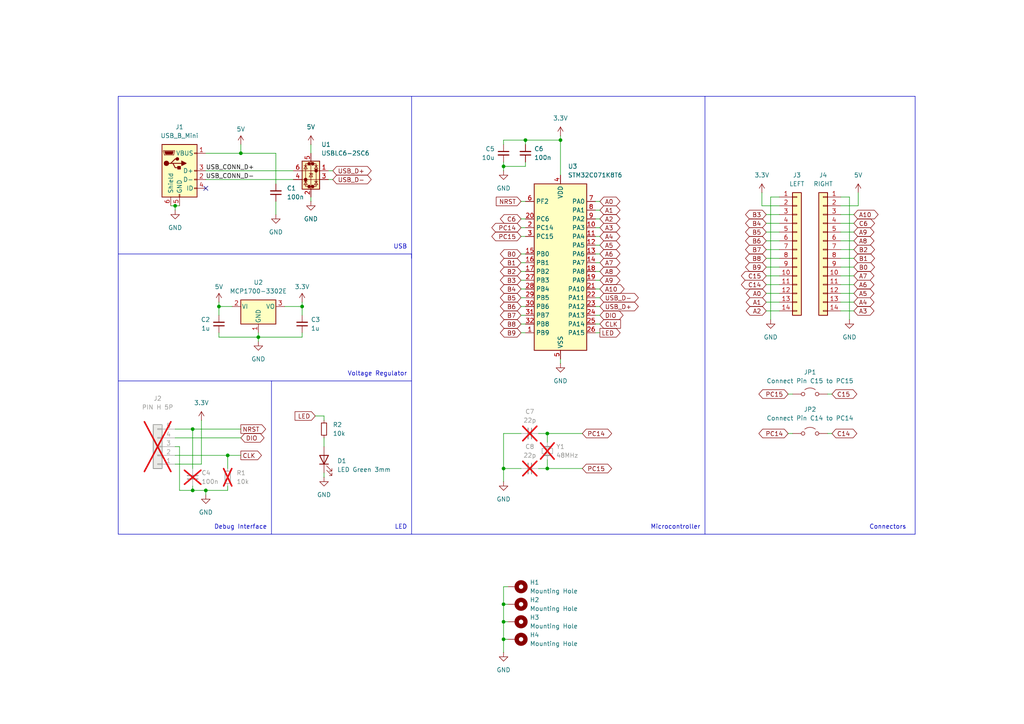
<source format=kicad_sch>
(kicad_sch (version 20250114) (generator "eeschema") (generator_version "9.0")
  (paper "A4")
  (title_block (title "stm32c0-usbd-devboard") (date "2025-11-10") (rev "20251110") (comment 3 "Released under CERN Open Hardware Licence Version 2 - Strongly Reciprocal") (comment 4 "Designed by: Rafael G. Martins"))
  (lib_symbols
    (symbol "Connector:USB_B_Mini" (pin_names (offset 1.016))
      (property "Reference" "J" (at -5.08 11.43 0))
      (property "Value" "USB_B_Mini" (at -5.08 8.89 0))
      (symbol "USB_B_Mini_0_1"
        (rectangle (start -5.08 -7.62) (end 5.08 7.62) (stroke (width 0.254)) (fill (type background)))
        (polyline (pts (xy -4.699 5.842) (xy -4.699 5.588) (xy -4.445 4.826) (xy -4.445 4.572) (xy -1.651 4.572) (xy -1.651 4.826) (xy -1.397 5.588) (xy -1.397 5.842) (xy -4.699 5.842)))
        (polyline (pts (xy -4.318 5.588) (xy -1.778 5.588) (xy -2.032 4.826) (xy -4.064 4.826) (xy -4.318 5.588)) (fill (type outline)))
        (circle (center -3.81 2.159) (radius 0.635) (stroke (width 0.254)) (fill (type outline)))
        (polyline (pts (xy -3.175 2.159) (xy -2.54 2.159) (xy -1.27 3.429) (xy -0.635 3.429)) (stroke (width 0.254)))
        (polyline (pts (xy -2.54 2.159) (xy -1.905 2.159) (xy -1.27 0.889) (xy 0 0.889)) (stroke (width 0.254)))
        (polyline (pts (xy -1.905 2.159) (xy 0.635 2.159)) (stroke (width 0.254)))
        (circle (center -0.635 3.429) (radius 0.381) (stroke (width 0.254)) (fill (type outline)))
        (rectangle (start -0.127 -7.62) (end 0.127 -6.858))
        (rectangle (start 0.254 1.27) (end -0.508 0.508) (stroke (width 0.254)) (fill (type outline)))
        (polyline (pts (xy 0.635 2.794) (xy 0.635 1.524) (xy 1.905 2.159) (xy 0.635 2.794)) (stroke (width 0.254)) (fill (type outline)))
        (rectangle (start 5.08 4.953) (end 4.318 5.207))
        (rectangle (start 5.08 -0.127) (end 4.318 0.127))
        (rectangle (start 5.08 -2.667) (end 4.318 -2.413))
        (rectangle (start 5.08 -5.207) (end 4.318 -4.953))
      )
      (symbol "USB_B_Mini_1_1"
        (pin passive line (at -2.54 -10.16 90) (length 2.54) (name "Shield") (number "6"))
        (pin power_out line (at 0 -10.16 90) (length 2.54) (name "GND") (number "5"))
        (pin power_out line (at 7.62 5.08 180) (length 2.54) (name "VBUS") (number "1"))
        (pin bidirectional line (at 7.62 0 180) (length 2.54) (name "D+") (number "3"))
        (pin bidirectional line (at 7.62 -2.54 180) (length 2.54) (name "D-") (number "2"))
        (pin passive line (at 7.62 -5.08 180) (length 2.54) (name "ID") (number "4"))
      )
    )
    (symbol "Connector_Generic:Conn_01x05" (pin_names (offset 1.016) (hide yes))
      (property "Reference" "J" (at 0 7.62 0))
      (property "Value" "Conn_01x05" (at 0 -7.62 0))
      (symbol "Conn_01x05_1_1"
        (rectangle (start -1.27 6.35) (end 1.27 -6.35) (stroke (width 0.254)) (fill (type background)))
        (rectangle (start -1.27 5.207) (end 0 4.953) (stroke (width 0.1524)))
        (rectangle (start -1.27 2.667) (end 0 2.413) (stroke (width 0.1524)))
        (rectangle (start -1.27 0.127) (end 0 -0.127) (stroke (width 0.1524)))
        (rectangle (start -1.27 -2.413) (end 0 -2.667) (stroke (width 0.1524)))
        (rectangle (start -1.27 -4.953) (end 0 -5.207) (stroke (width 0.1524)))
        (pin passive line (at -5.08 5.08 0) (length 3.81) (name "Pin_1") (number "1"))
        (pin passive line (at -5.08 2.54 0) (length 3.81) (name "Pin_2") (number "2"))
        (pin passive line (at -5.08 0 0) (length 3.81) (name "Pin_3") (number "3"))
        (pin passive line (at -5.08 -2.54 0) (length 3.81) (name "Pin_4") (number "4"))
        (pin passive line (at -5.08 -5.08 0) (length 3.81) (name "Pin_5") (number "5"))
      )
    )
    (symbol "Connector_Generic:Conn_01x14" (pin_names (offset 1.016) (hide yes))
      (property "Reference" "J" (at 0 17.78 0))
      (property "Value" "Conn_01x14" (at 0 -20.32 0))
      (symbol "Conn_01x14_1_1"
        (rectangle (start -1.27 16.51) (end 1.27 -19.05) (stroke (width 0.254)) (fill (type background)))
        (rectangle (start -1.27 15.367) (end 0 15.113) (stroke (width 0.1524)))
        (rectangle (start -1.27 12.827) (end 0 12.573) (stroke (width 0.1524)))
        (rectangle (start -1.27 10.287) (end 0 10.033) (stroke (width 0.1524)))
        (rectangle (start -1.27 7.747) (end 0 7.493) (stroke (width 0.1524)))
        (rectangle (start -1.27 5.207) (end 0 4.953) (stroke (width 0.1524)))
        (rectangle (start -1.27 2.667) (end 0 2.413) (stroke (width 0.1524)))
        (rectangle (start -1.27 0.127) (end 0 -0.127) (stroke (width 0.1524)))
        (rectangle (start -1.27 -2.413) (end 0 -2.667) (stroke (width 0.1524)))
        (rectangle (start -1.27 -4.953) (end 0 -5.207) (stroke (width 0.1524)))
        (rectangle (start -1.27 -7.493) (end 0 -7.747) (stroke (width 0.1524)))
        (rectangle (start -1.27 -10.033) (end 0 -10.287) (stroke (width 0.1524)))
        (rectangle (start -1.27 -12.573) (end 0 -12.827) (stroke (width 0.1524)))
        (rectangle (start -1.27 -15.113) (end 0 -15.367) (stroke (width 0.1524)))
        (rectangle (start -1.27 -17.653) (end 0 -17.907) (stroke (width 0.1524)))
        (pin passive line (at -5.08 15.24 0) (length 3.81) (name "Pin_1") (number "1"))
        (pin passive line (at -5.08 12.7 0) (length 3.81) (name "Pin_2") (number "2"))
        (pin passive line (at -5.08 10.16 0) (length 3.81) (name "Pin_3") (number "3"))
        (pin passive line (at -5.08 7.62 0) (length 3.81) (name "Pin_4") (number "4"))
        (pin passive line (at -5.08 5.08 0) (length 3.81) (name "Pin_5") (number "5"))
        (pin passive line (at -5.08 2.54 0) (length 3.81) (name "Pin_6") (number "6"))
        (pin passive line (at -5.08 0 0) (length 3.81) (name "Pin_7") (number "7"))
        (pin passive line (at -5.08 -2.54 0) (length 3.81) (name "Pin_8") (number "8"))
        (pin passive line (at -5.08 -5.08 0) (length 3.81) (name "Pin_9") (number "9"))
        (pin passive line (at -5.08 -7.62 0) (length 3.81) (name "Pin_10") (number "10"))
        (pin passive line (at -5.08 -10.16 0) (length 3.81) (name "Pin_11") (number "11"))
        (pin passive line (at -5.08 -12.7 0) (length 3.81) (name "Pin_12") (number "12"))
        (pin passive line (at -5.08 -15.24 0) (length 3.81) (name "Pin_13") (number "13"))
        (pin passive line (at -5.08 -17.78 0) (length 3.81) (name "Pin_14") (number "14"))
      )
    )
    (symbol "Device:C_Small" (pin_numbers (hide yes)) (pin_names (offset 0.254) (hide yes))
      (property "Reference" "C" (at 0.254 1.778 0))
      (property "Value" "C_Small" (at 0.254 -2.032 0))
      (symbol "C_Small_0_1"
        (polyline (pts (xy -1.524 0.508) (xy 1.524 0.508)) (stroke (width 0.3048)))
        (polyline (pts (xy -1.524 -0.508) (xy 1.524 -0.508)) (stroke (width 0.3302)))
      )
      (symbol "C_Small_1_1"
        (pin passive line (at 0 2.54 270) (length 2.032) (name "~") (number "1"))
        (pin passive line (at 0 -2.54 90) (length 2.032) (name "~") (number "2"))
      )
    )
    (symbol "Device:Crystal_Small" (pin_numbers (hide yes)) (pin_names (offset 1.016) (hide yes))
      (property "Reference" "Y" (at 0 2.54 0))
      (property "Value" "Crystal_Small" (at 0 -2.54 0))
      (symbol "Crystal_Small_0_1"
        (polyline (pts (xy -1.27 -0.762) (xy -1.27 0.762)) (stroke (width 0.381)))
        (rectangle (start -0.762 -1.524) (end 0.762 1.524))
        (polyline (pts (xy 1.27 -0.762) (xy 1.27 0.762)) (stroke (width 0.381)))
      )
      (symbol "Crystal_Small_1_1"
        (pin passive line (at -2.54 0 0) (length 1.27) (name "1") (number "1"))
        (pin passive line (at 2.54 0 180) (length 1.27) (name "2") (number "2"))
      )
    )
    (symbol "Device:LED" (pin_numbers (hide yes)) (pin_names (offset 1.016) (hide yes))
      (property "Reference" "D" (at 0 2.54 0))
      (property "Value" "LED" (at 0 -2.54 0))
      (symbol "LED_0_1"
        (polyline (pts (xy -3.048 -0.762) (xy -4.572 -2.286) (xy -3.81 -2.286) (xy -4.572 -2.286) (xy -4.572 -1.524)))
        (polyline (pts (xy -1.778 -0.762) (xy -3.302 -2.286) (xy -2.54 -2.286) (xy -3.302 -2.286) (xy -3.302 -1.524)))
        (polyline (pts (xy -1.27 0) (xy 1.27 0)))
        (polyline (pts (xy -1.27 -1.27) (xy -1.27 1.27)) (stroke (width 0.254)))
        (polyline (pts (xy 1.27 -1.27) (xy 1.27 1.27) (xy -1.27 0) (xy 1.27 -1.27)) (stroke (width 0.254)))
      )
      (symbol "LED_1_1"
        (pin passive line (at -3.81 0 0) (length 2.54) (name "K") (number "1"))
        (pin passive line (at 3.81 0 180) (length 2.54) (name "A") (number "2"))
      )
    )
    (symbol "Device:R_Small" (pin_numbers (hide yes)) (pin_names (offset 0.254) (hide yes))
      (property "Reference" "R" (at 0 0 90))
      (property "Value" "R_Small" (at 1.778 0 90))
      (symbol "R_Small_0_1"
        (rectangle (start -0.762 1.778) (end 0.762 -1.778) (stroke (width 0.2032)))
      )
      (symbol "R_Small_1_1"
        (pin passive line (at 0 2.54 270) (length 0.762) (name "~") (number "1"))
        (pin passive line (at 0 -2.54 90) (length 0.762) (name "~") (number "2"))
      )
    )
    (symbol "Jumper:Jumper_2_Open" (pin_numbers (hide yes)) (pin_names (offset 0) (hide yes))
      (property "Reference" "JP" (at 0 2.794 0))
      (property "Value" "Jumper_2_Open" (at 0 -2.286 0))
      (symbol "Jumper_2_Open_0_0"
        (circle (center -2.032 0) (radius 0.508))
        (circle (center 2.032 0) (radius 0.508))
      )
      (symbol "Jumper_2_Open_0_1"
        (arc (start -1.524 1.27) (mid 0 1.778) (end 1.524 1.27))
      )
      (symbol "Jumper_2_Open_1_1"
        (pin passive line (at -5.08 0 0) (length 2.54) (name "A") (number "1"))
        (pin passive line (at 5.08 0 180) (length 2.54) (name "B") (number "2"))
      )
    )
    (symbol "MCU_ST_STM32C0:STM32C071K8Tx"
      (property "Reference" "U" (at -7.62 26.67 0))
      (property "Value" "STM32C071K8Tx" (at 2.54 26.67 0))
      (symbol "STM32C071K8Tx_0_1"
        (rectangle (start -7.62 -22.86) (end 7.62 25.4) (stroke (width 0.254)) (fill (type background)))
      )
      (symbol "STM32C071K8Tx_1_1"
        (pin bidirectional line (at -10.16 20.32 0) (length 2.54) (name "PF2") (number "6"))
        (pin bidirectional line (at -10.16 15.24 0) (length 2.54) (name "PC6") (number "20"))
        (pin bidirectional line (at -10.16 12.7 0) (length 2.54) (name "PC14") (number "2"))
        (pin bidirectional line (at -10.16 10.16 0) (length 2.54) (name "PC15") (number "3"))
        (pin bidirectional line (at -10.16 5.08 0) (length 2.54) (name "PB0") (number "15"))
        (pin bidirectional line (at -10.16 2.54 0) (length 2.54) (name "PB1") (number "16"))
        (pin bidirectional line (at -10.16 0 0) (length 2.54) (name "PB2") (number "17"))
        (pin bidirectional line (at -10.16 -2.54 0) (length 2.54) (name "PB3") (number "27"))
        (pin bidirectional line (at -10.16 -5.08 0) (length 2.54) (name "PB4") (number "28"))
        (pin bidirectional line (at -10.16 -7.62 0) (length 2.54) (name "PB5") (number "29"))
        (pin bidirectional line (at -10.16 -10.16 0) (length 2.54) (name "PB6") (number "30"))
        (pin bidirectional line (at -10.16 -12.7 0) (length 2.54) (name "PB7") (number "31"))
        (pin bidirectional line (at -10.16 -15.24 0) (length 2.54) (name "PB8") (number "32"))
        (pin bidirectional line (at -10.16 -17.78 0) (length 2.54) (name "PB9") (number "1"))
        (pin power_in line (at 0 27.94 270) (length 2.54) (name "VDD") (number "4"))
        (pin power_in line (at 0 -25.4 90) (length 2.54) (name "VSS") (number "5"))
        (pin bidirectional line (at 10.16 20.32 180) (length 2.54) (name "PA0") (number "7"))
        (pin bidirectional line (at 10.16 17.78 180) (length 2.54) (name "PA1") (number "8"))
        (pin bidirectional line (at 10.16 15.24 180) (length 2.54) (name "PA2") (number "9"))
        (pin bidirectional line (at 10.16 12.7 180) (length 2.54) (name "PA3") (number "10"))
        (pin bidirectional line (at 10.16 10.16 180) (length 2.54) (name "PA4") (number "11"))
        (pin bidirectional line (at 10.16 7.62 180) (length 2.54) (name "PA5") (number "12"))
        (pin bidirectional line (at 10.16 5.08 180) (length 2.54) (name "PA6") (number "13"))
        (pin bidirectional line (at 10.16 2.54 180) (length 2.54) (name "PA7") (number "14"))
        (pin bidirectional line (at 10.16 0 180) (length 2.54) (name "PA8") (number "18"))
        (pin bidirectional line (at 10.16 -2.54 180) (length 2.54) (name "PA9") (number "19"))
        (pin bidirectional line (at 10.16 -5.08 180) (length 2.54) (name "PA10") (number "21"))
        (pin bidirectional line (at 10.16 -7.62 180) (length 2.54) (name "PA11") (number "22"))
        (pin bidirectional line (at 10.16 -10.16 180) (length 2.54) (name "PA12") (number "23"))
        (pin bidirectional line (at 10.16 -12.7 180) (length 2.54) (name "PA13") (number "24"))
        (pin bidirectional line (at 10.16 -15.24 180) (length 2.54) (name "PA14") (number "25"))
        (pin bidirectional line (at 10.16 -17.78 180) (length 2.54) (name "PA15") (number "26"))
      )
    )
    (symbol "Mechanical:MountingHole_Pad" (pin_numbers (hide yes)) (pin_names (offset 1.016) (hide yes)) (in_bom no)
      (property "Reference" "H" (at 0 6.35 0))
      (property "Value" "MountingHole_Pad" (at 0 4.445 0))
      (symbol "MountingHole_Pad_0_1"
        (circle (center 0 1.27) (radius 1.27) (stroke (width 1.27)))
      )
      (symbol "MountingHole_Pad_1_1"
        (pin input line (at 0 -2.54 90) (length 2.54) (name "1") (number "1"))
      )
    )
    (symbol "Power_Protection:USBLC6-2SC6" (pin_names (hide yes))
      (property "Reference" "U" (at 0.635 5.715 0))
      (property "Value" "USBLC6-2SC6" (at 0.635 3.81 0))
      (symbol "USBLC6-2SC6_0_0"
        (circle (center -1.524 0) (radius 0.0001) (stroke (width 0.508)))
        (circle (center -0.508 2.032) (radius 0.0001) (stroke (width 0.508)))
        (circle (center -0.508 -4.572) (radius 0.0001) (stroke (width 0.508)))
        (circle (center 0.508 2.032) (radius 0.0001) (stroke (width 0.508)))
        (circle (center 0.508 -4.572) (radius 0.0001) (stroke (width 0.508)))
        (circle (center 1.524 -2.54) (radius 0.0001) (stroke (width 0.508)))
      )
      (symbol "USBLC6-2SC6_0_1"
        (polyline (pts (xy -2.54 0) (xy 2.54 0)))
        (polyline (pts (xy -2.54 -2.54) (xy 2.54 -2.54)))
        (polyline (pts (xy -2.032 0.508) (xy -1.016 0.508) (xy -1.524 1.524) (xy -2.032 0.508)))
        (polyline (pts (xy -2.032 -3.048) (xy -1.016 -3.048)))
        (polyline (pts (xy -1.016 1.524) (xy -2.032 1.524)))
        (polyline (pts (xy -1.016 -4.064) (xy -2.032 -4.064) (xy -1.524 -3.048) (xy -1.016 -4.064)))
        (polyline (pts (xy -0.508 -1.143) (xy -0.508 -0.762) (xy 0.508 -0.762)))
        (polyline (pts (xy 0 2.54) (xy -0.508 2.032) (xy 0.508 2.032) (xy 0 1.524) (xy 0 -4.064) (xy -0.508 -4.572) (xy 0.508 -4.572) (xy 0 -5.08)))
        (polyline (pts (xy 0.508 -1.778) (xy -0.508 -1.778) (xy 0 -0.762) (xy 0.508 -1.778)))
        (polyline (pts (xy 1.016 1.524) (xy 2.032 1.524)))
        (polyline (pts (xy 1.016 -3.048) (xy 2.032 -3.048)))
        (polyline (pts (xy 2.032 0.508) (xy 1.016 0.508) (xy 1.524 1.524) (xy 2.032 0.508)))
        (polyline (pts (xy 2.032 -4.064) (xy 1.016 -4.064) (xy 1.524 -3.048) (xy 2.032 -4.064)))
      )
      (symbol "USBLC6-2SC6_1_1"
        (rectangle (start -2.54 2.794) (end 2.54 -5.334) (stroke (width 0.254)) (fill (type background)))
        (polyline (pts (xy -0.508 2.032) (xy -1.524 2.032) (xy -1.524 -4.572) (xy -0.508 -4.572)))
        (polyline (pts (xy 0.508 -4.572) (xy 1.524 -4.572) (xy 1.524 2.032) (xy 0.508 2.032)))
        (pin passive line (at -5.08 0 0) (length 2.54) (name "I/O1") (number "1"))
        (pin passive line (at -5.08 -2.54 0) (length 2.54) (name "I/O2") (number "3"))
        (pin passive line (at 0 5.08 270) (length 2.54) (name "VBUS") (number "5"))
        (pin passive line (at 0 -7.62 90) (length 2.54) (name "GND") (number "2"))
        (pin passive line (at 5.08 0 180) (length 2.54) (name "I/O1") (number "6"))
        (pin passive line (at 5.08 -2.54 180) (length 2.54) (name "I/O2") (number "4"))
      )
    )
    (symbol "Regulator_Linear:MCP1700x-330xxTO" (pin_names (offset 0.254))
      (property "Reference" "U" (at -3.81 -3.175 0))
      (property "Value" "MCP1700x-330xxTO" (at 0 -3.175 0))
      (symbol "MCP1700x-330xxTO_0_1"
        (rectangle (start -5.08 5.08) (end 5.08 -1.905) (stroke (width 0.254)) (fill (type background)))
      )
      (symbol "MCP1700x-330xxTO_1_1"
        (pin power_in line (at -7.62 0 0) (length 2.54) (name "VI") (number "2"))
        (pin power_in line (at 0 7.62 270) (length 2.54) (name "GND") (number "1"))
        (pin power_out line (at 7.62 0 180) (length 2.54) (name "VO") (number "3"))
      )
    )
    (symbol "power:+3.3V" (power) (pin_numbers (hide yes)) (pin_names (offset 0) (hide yes))
      (property "Value" "+3.3V" (at 0 3.556 0))
      (symbol "+3.3V_0_1"
        (polyline (pts (xy -0.762 1.27) (xy 0 2.54)))
        (polyline (pts (xy 0 2.54) (xy 0.762 1.27)))
        (polyline (pts (xy 0 0) (xy 0 2.54)))
      )
      (symbol "+3.3V_1_1"
        (pin power_in line (at 0 0 90) (length 0) (name "~") (number "1"))
      )
    )
    (symbol "power:+5V" (power) (pin_numbers (hide yes)) (pin_names (offset 0) (hide yes))
      (property "Value" "+5V" (at 0 3.556 0))
      (symbol "+5V_0_1"
        (polyline (pts (xy -0.762 1.27) (xy 0 2.54)))
        (polyline (pts (xy 0 2.54) (xy 0.762 1.27)))
        (polyline (pts (xy 0 0) (xy 0 2.54)))
      )
      (symbol "+5V_1_1"
        (pin power_in line (at 0 0 90) (length 0) (name "~") (number "1"))
      )
    )
    (symbol "power:GND" (power) (pin_numbers (hide yes)) (pin_names (offset 0) (hide yes))
      (property "Value" "GND" (at 0 -3.81 0))
      (symbol "GND_0_1"
        (polyline (pts (xy 0 0) (xy 0 -1.27) (xy 1.27 -1.27) (xy 0 -2.54) (xy -1.27 -1.27) (xy 0 -1.27)))
      )
      (symbol "GND_1_1"
        (pin power_in line (at 0 0 270) (length 0) (name "~") (number "1"))
      )
    )
  )
  (text "Debug Interface" (at 77.47 153.67 0) (effects (font (size 1.27 1.27)) (justify right bottom)))
  (text "LED" (at 118.11 153.67 0) (effects (font (size 1.27 1.27)) (justify right bottom)))
  (text "Microcontroller" (at 203.2 153.67 0) (effects (font (size 1.27 1.27)) (justify right bottom)))
  (text "Connectors" (at 262.89 153.67 0) (effects (font (size 1.27 1.27)) (justify right bottom)))
  (text "Voltage Regulator" (at 118.11 109.22 0) (effects (font (size 1.27 1.27)) (justify right bottom)))
  (text "USB" (at 118.11 72.39 0) (effects (font (size 1.27 1.27)) (justify right bottom)))
  (junction (at 55.88 142.24))
  (junction (at 146.05 180.34))
  (junction (at 152.4 40.64))
  (junction (at 146.05 185.42))
  (junction (at 59.69 142.24))
  (junction (at 66.04 132.08))
  (junction (at 158.75 135.89))
  (junction (at 162.56 40.64))
  (junction (at 50.8 59.69))
  (junction (at 69.85 44.45))
  (junction (at 74.93 97.79))
  (junction (at 158.75 125.73))
  (junction (at 146.05 48.26))
  (junction (at 87.63 88.9))
  (junction (at 63.5 88.9))
  (junction (at 146.05 175.26))
  (junction (at 146.05 135.89))
  (junction (at 55.88 124.46))
  (no_connect (at 59.69 54.61))
  (wire (pts (xy 172.72 88.9) (xy 173.99 88.9)))
  (wire (pts (xy 222.25 85.09) (xy 226.06 85.09)))
  (wire (pts (xy 172.72 83.82) (xy 173.99 83.82)))
  (wire (pts (xy 220.98 55.88) (xy 220.98 59.69)))
  (wire (pts (xy 222.25 82.55) (xy 226.06 82.55)))
  (wire (pts (xy 59.69 142.24) (xy 66.04 142.24)))
  (wire (pts (xy 146.05 135.89) (xy 151.13 135.89)))
  (wire (pts (xy 240.03 114.3) (xy 241.3 114.3)))
  (wire (pts (xy 158.75 135.89) (xy 168.91 135.89)))
  (wire (pts (xy 146.05 175.26) (xy 147.32 175.26)))
  (wire (pts (xy 50.8 134.62) (xy 58.42 134.62)))
  (wire (pts (xy 59.69 44.45) (xy 69.85 44.45)))
  (wire (pts (xy 243.84 74.93) (xy 247.65 74.93)))
  (wire (pts (xy 151.13 63.5) (xy 152.4 63.5)))
  (wire (pts (xy 146.05 185.42) (xy 146.05 189.23)))
  (wire (pts (xy 243.84 69.85) (xy 247.65 69.85)))
  (wire (pts (xy 172.72 60.96) (xy 173.99 60.96)))
  (wire (pts (xy 172.72 76.2) (xy 173.99 76.2)))
  (wire (pts (xy 246.38 57.15) (xy 246.38 92.71)))
  (wire (pts (xy 63.5 88.9) (xy 67.31 88.9)))
  (wire (pts (xy 243.84 90.17) (xy 247.65 90.17)))
  (wire (pts (xy 162.56 40.64) (xy 162.56 50.8)))
  (wire (pts (xy 172.72 78.74) (xy 173.99 78.74)))
  (wire (pts (xy 146.05 185.42) (xy 147.32 185.42)))
  (wire (pts (xy 220.98 59.69) (xy 226.06 59.69)))
  (wire (pts (xy 66.04 132.08) (xy 66.04 135.89)))
  (polyline (pts (xy 34.29 27.94) (xy 34.29 154.94)))
  (wire (pts (xy 228.6 125.73) (xy 229.87 125.73)))
  (wire (pts (xy 93.98 137.16) (xy 93.98 138.43)))
  (polyline (pts (xy 34.29 110.49) (xy 119.38 110.49)))
  (wire (pts (xy 69.85 44.45) (xy 80.01 44.45)))
  (wire (pts (xy 151.13 83.82) (xy 152.4 83.82)))
  (wire (pts (xy 87.63 88.9) (xy 87.63 91.44)))
  (wire (pts (xy 172.72 96.52) (xy 173.99 96.52)))
  (wire (pts (xy 55.88 124.46) (xy 69.85 124.46)))
  (wire (pts (xy 151.13 88.9) (xy 152.4 88.9)))
  (wire (pts (xy 55.88 142.24) (xy 55.88 140.97)))
  (wire (pts (xy 172.72 81.28) (xy 173.99 81.28)))
  (wire (pts (xy 156.21 135.89) (xy 158.75 135.89)))
  (wire (pts (xy 146.05 40.64) (xy 152.4 40.64)))
  (wire (pts (xy 147.32 170.18) (xy 146.05 170.18)))
  (wire (pts (xy 146.05 125.73) (xy 151.13 125.73)))
  (wire (pts (xy 63.5 87.63) (xy 63.5 88.9)))
  (wire (pts (xy 223.52 57.15) (xy 223.52 92.71)))
  (wire (pts (xy 243.84 64.77) (xy 247.65 64.77)))
  (wire (pts (xy 222.25 64.77) (xy 226.06 64.77)))
  (wire (pts (xy 74.93 97.79) (xy 74.93 99.06)))
  (polyline (pts (xy 204.47 27.94) (xy 265.43 27.94)))
  (wire (pts (xy 162.56 39.37) (xy 162.56 40.64)))
  (wire (pts (xy 222.25 90.17) (xy 226.06 90.17)))
  (wire (pts (xy 66.04 140.97) (xy 66.04 142.24)))
  (wire (pts (xy 222.25 77.47) (xy 226.06 77.47)))
  (wire (pts (xy 90.17 57.15) (xy 90.17 58.42)))
  (wire (pts (xy 172.72 66.04) (xy 173.99 66.04)))
  (wire (pts (xy 95.25 49.53) (xy 96.52 49.53)))
  (wire (pts (xy 243.84 72.39) (xy 247.65 72.39)))
  (wire (pts (xy 228.6 114.3) (xy 229.87 114.3)))
  (wire (pts (xy 146.05 175.26) (xy 146.05 180.34)))
  (wire (pts (xy 222.25 62.23) (xy 226.06 62.23)))
  (wire (pts (xy 93.98 120.65) (xy 93.98 121.92)))
  (wire (pts (xy 243.84 80.01) (xy 247.65 80.01)))
  (wire (pts (xy 222.25 72.39) (xy 226.06 72.39)))
  (wire (pts (xy 151.13 58.42) (xy 152.4 58.42)))
  (wire (pts (xy 151.13 91.44) (xy 152.4 91.44)))
  (wire (pts (xy 162.56 104.14) (xy 162.56 105.41)))
  (wire (pts (xy 87.63 87.63) (xy 87.63 88.9)))
  (wire (pts (xy 55.88 135.89) (xy 55.88 124.46)))
  (polyline (pts (xy 265.43 154.94) (xy 204.47 154.94)))
  (wire (pts (xy 151.13 93.98) (xy 152.4 93.98)))
  (polyline (pts (xy 204.47 27.94) (xy 204.47 154.94)))
  (wire (pts (xy 146.05 125.73) (xy 146.05 135.89)))
  (wire (pts (xy 243.84 87.63) (xy 247.65 87.63)))
  (wire (pts (xy 95.25 52.07) (xy 96.52 52.07)))
  (wire (pts (xy 80.01 58.42) (xy 80.01 62.23)))
  (wire (pts (xy 152.4 46.99) (xy 152.4 48.26)))
  (wire (pts (xy 151.13 66.04) (xy 152.4 66.04)))
  (wire (pts (xy 172.72 91.44) (xy 173.99 91.44)))
  (wire (pts (xy 151.13 76.2) (xy 152.4 76.2)))
  (wire (pts (xy 50.8 59.69) (xy 50.8 60.96)))
  (wire (pts (xy 52.07 142.24) (xy 55.88 142.24)))
  (wire (pts (xy 222.25 67.31) (xy 226.06 67.31)))
  (wire (pts (xy 93.98 127) (xy 93.98 129.54)))
  (wire (pts (xy 59.69 52.07) (xy 85.09 52.07)))
  (wire (pts (xy 222.25 87.63) (xy 226.06 87.63)))
  (wire (pts (xy 146.05 180.34) (xy 146.05 185.42)))
  (wire (pts (xy 243.84 67.31) (xy 247.65 67.31)))
  (wire (pts (xy 74.93 96.52) (xy 74.93 97.79)))
  (wire (pts (xy 66.04 132.08) (xy 69.85 132.08)))
  (wire (pts (xy 151.13 68.58) (xy 152.4 68.58)))
  (wire (pts (xy 223.52 57.15) (xy 226.06 57.15)))
  (wire (pts (xy 248.92 55.88) (xy 248.92 59.69)))
  (polyline (pts (xy 265.43 27.94) (xy 265.43 154.94)))
  (wire (pts (xy 151.13 86.36) (xy 152.4 86.36)))
  (wire (pts (xy 158.75 135.89) (xy 158.75 133.35)))
  (wire (pts (xy 59.69 142.24) (xy 59.69 143.51)))
  (wire (pts (xy 172.72 58.42) (xy 173.99 58.42)))
  (wire (pts (xy 146.05 41.91) (xy 146.05 40.64)))
  (wire (pts (xy 151.13 78.74) (xy 152.4 78.74)))
  (wire (pts (xy 80.01 44.45) (xy 80.01 53.34)))
  (wire (pts (xy 243.84 59.69) (xy 248.92 59.69)))
  (wire (pts (xy 55.88 124.46) (xy 50.8 124.46)))
  (wire (pts (xy 222.25 80.01) (xy 226.06 80.01)))
  (wire (pts (xy 172.72 68.58) (xy 173.99 68.58)))
  (wire (pts (xy 146.05 180.34) (xy 147.32 180.34)))
  (wire (pts (xy 52.07 129.54) (xy 52.07 142.24)))
  (wire (pts (xy 156.21 125.73) (xy 158.75 125.73)))
  (polyline (pts (xy 204.47 154.94) (xy 34.29 154.94)))
  (wire (pts (xy 146.05 48.26) (xy 146.05 49.53)))
  (wire (pts (xy 152.4 40.64) (xy 152.4 41.91)))
  (wire (pts (xy 222.25 74.93) (xy 226.06 74.93)))
  (wire (pts (xy 59.69 49.53) (xy 85.09 49.53)))
  (wire (pts (xy 146.05 135.89) (xy 146.05 139.7)))
  (wire (pts (xy 146.05 170.18) (xy 146.05 175.26)))
  (wire (pts (xy 50.8 132.08) (xy 66.04 132.08)))
  (wire (pts (xy 74.93 97.79) (xy 87.63 97.79)))
  (wire (pts (xy 50.8 127) (xy 69.85 127)))
  (wire (pts (xy 63.5 96.52) (xy 63.5 97.79)))
  (wire (pts (xy 49.53 59.69) (xy 50.8 59.69)))
  (wire (pts (xy 243.84 82.55) (xy 247.65 82.55)))
  (wire (pts (xy 59.69 142.24) (xy 55.88 142.24)))
  (wire (pts (xy 222.25 69.85) (xy 226.06 69.85)))
  (wire (pts (xy 243.84 62.23) (xy 247.65 62.23)))
  (wire (pts (xy 146.05 46.99) (xy 146.05 48.26)))
  (wire (pts (xy 172.72 71.12) (xy 173.99 71.12)))
  (wire (pts (xy 240.03 125.73) (xy 241.3 125.73)))
  (polyline (pts (xy 34.29 27.94) (xy 204.47 27.94)))
  (wire (pts (xy 152.4 40.64) (xy 162.56 40.64)))
  (wire (pts (xy 91.44 120.65) (xy 93.98 120.65)))
  (wire (pts (xy 152.4 48.26) (xy 146.05 48.26)))
  (wire (pts (xy 50.8 59.69) (xy 52.07 59.69)))
  (wire (pts (xy 50.8 129.54) (xy 52.07 129.54)))
  (polyline (pts (xy 119.38 73.66) (xy 119.38 74.93)))
  (polyline (pts (xy 78.74 110.49) (xy 78.74 154.94)))
  (wire (pts (xy 58.42 121.92) (xy 58.42 134.62)))
  (wire (pts (xy 246.38 57.15) (xy 243.84 57.15)))
  (wire (pts (xy 63.5 97.79) (xy 74.93 97.79)))
  (wire (pts (xy 172.72 73.66) (xy 173.99 73.66)))
  (wire (pts (xy 82.55 88.9) (xy 87.63 88.9)))
  (wire (pts (xy 243.84 77.47) (xy 247.65 77.47)))
  (polyline (pts (xy 119.38 27.94) (xy 119.38 154.94)))
  (wire (pts (xy 172.72 93.98) (xy 173.99 93.98)))
  (wire (pts (xy 243.84 85.09) (xy 247.65 85.09)))
  (wire (pts (xy 172.72 86.36) (xy 173.99 86.36)))
  (wire (pts (xy 151.13 73.66) (xy 152.4 73.66)))
  (wire (pts (xy 151.13 81.28) (xy 152.4 81.28)))
  (wire (pts (xy 151.13 96.52) (xy 152.4 96.52)))
  (wire (pts (xy 69.85 41.91) (xy 69.85 44.45)))
  (wire (pts (xy 90.17 41.91) (xy 90.17 44.45)))
  (polyline (pts (xy 34.29 73.66) (xy 119.38 73.66)))
  (wire (pts (xy 158.75 125.73) (xy 168.91 125.73)))
  (wire (pts (xy 63.5 88.9) (xy 63.5 91.44)))
  (wire (pts (xy 158.75 125.73) (xy 158.75 128.27)))
  (wire (pts (xy 172.72 63.5) (xy 173.99 63.5)))
  (wire (pts (xy 87.63 96.52) (xy 87.63 97.79)))
  (label "USB_CONN_D-" (at 59.69 52.07 0))
  (label "USB_CONN_D+" (at 59.69 49.53 0))
  (global_label "USB_D-" (shape bidirectional) (at 96.52 52.07 0) (property "Intersheetrefs" "${INTERSHEET_REFS}" (effects (hide yes))))
  (global_label "C14" (shape bidirectional) (at 241.3 125.73 0) (property "Intersheetrefs" "${INTERSHEET_REFS}" (effects (hide yes))))
  (global_label "A6" (shape bidirectional) (at 247.65 82.55 0) (property "Intersheetrefs" "${INTERSHEET_REFS}" (effects (hide yes))))
  (global_label "B4" (shape bidirectional) (at 222.25 64.77 180) (property "Intersheetrefs" "${INTERSHEET_REFS}" (effects (hide yes))))
  (global_label "A8" (shape bidirectional) (at 247.65 69.85 0) (property "Intersheetrefs" "${INTERSHEET_REFS}" (effects (hide yes))))
  (global_label "B4" (shape bidirectional) (at 151.13 83.82 180) (property "Intersheetrefs" "${INTERSHEET_REFS}" (effects (hide yes))))
  (global_label "DIO" (shape bidirectional) (at 69.85 127 0) (property "Intersheetrefs" "${INTERSHEET_REFS}" (effects (hide yes))))
  (global_label "NRST" (shape output) (at 69.85 124.46 0) (property "Intersheetrefs" "${INTERSHEET_REFS}" (effects (hide yes))))
  (global_label "B7" (shape bidirectional) (at 222.25 72.39 180) (property "Intersheetrefs" "${INTERSHEET_REFS}" (effects (hide yes))))
  (global_label "PC14" (shape bidirectional) (at 168.91 125.73 0) (property "Intersheetrefs" "${INTERSHEET_REFS}" (effects (hide yes))))
  (global_label "C6" (shape bidirectional) (at 151.13 63.5 180) (property "Intersheetrefs" "${INTERSHEET_REFS}" (effects (hide yes))))
  (global_label "A4" (shape bidirectional) (at 247.65 87.63 0) (property "Intersheetrefs" "${INTERSHEET_REFS}" (effects (hide yes))))
  (global_label "B2" (shape bidirectional) (at 247.65 72.39 0) (property "Intersheetrefs" "${INTERSHEET_REFS}" (effects (hide yes))))
  (global_label "B8" (shape bidirectional) (at 151.13 93.98 180) (property "Intersheetrefs" "${INTERSHEET_REFS}" (effects (hide yes))))
  (global_label "C15" (shape bidirectional) (at 241.3 114.3 0) (property "Intersheetrefs" "${INTERSHEET_REFS}" (effects (hide yes))))
  (global_label "A10" (shape bidirectional) (at 173.99 83.82 0) (property "Intersheetrefs" "${INTERSHEET_REFS}" (effects (hide yes))))
  (global_label "NRST" (shape input) (at 151.13 58.42 180) (property "Intersheetrefs" "${INTERSHEET_REFS}" (effects (hide yes))))
  (global_label "B6" (shape bidirectional) (at 151.13 88.9 180) (property "Intersheetrefs" "${INTERSHEET_REFS}" (effects (hide yes))))
  (global_label "C15" (shape bidirectional) (at 222.25 80.01 180) (property "Intersheetrefs" "${INTERSHEET_REFS}" (effects (hide yes))))
  (global_label "DIO" (shape bidirectional) (at 173.99 91.44 0) (property "Intersheetrefs" "${INTERSHEET_REFS}" (effects (hide yes))))
  (global_label "B7" (shape bidirectional) (at 151.13 91.44 180) (property "Intersheetrefs" "${INTERSHEET_REFS}" (effects (hide yes))))
  (global_label "B3" (shape bidirectional) (at 151.13 81.28 180) (property "Intersheetrefs" "${INTERSHEET_REFS}" (effects (hide yes))))
  (global_label "LED" (shape output) (at 173.99 96.52 0) (property "Intersheetrefs" "${INTERSHEET_REFS}" (effects (hide yes))))
  (global_label "A3" (shape bidirectional) (at 247.65 90.17 0) (property "Intersheetrefs" "${INTERSHEET_REFS}" (effects (hide yes))))
  (global_label "CLK" (shape input) (at 173.99 93.98 0) (property "Intersheetrefs" "${INTERSHEET_REFS}" (effects (hide yes))))
  (global_label "PC15" (shape bidirectional) (at 228.6 114.3 180) (property "Intersheetrefs" "${INTERSHEET_REFS}" (effects (hide yes))))
  (global_label "USB_D-" (shape bidirectional) (at 173.99 86.36 0) (property "Intersheetrefs" "${INTERSHEET_REFS}" (effects (hide yes))))
  (global_label "B3" (shape bidirectional) (at 222.25 62.23 180) (property "Intersheetrefs" "${INTERSHEET_REFS}" (effects (hide yes))))
  (global_label "A0" (shape bidirectional) (at 173.99 58.42 0) (property "Intersheetrefs" "${INTERSHEET_REFS}" (effects (hide yes))))
  (global_label "A7" (shape bidirectional) (at 247.65 80.01 0) (property "Intersheetrefs" "${INTERSHEET_REFS}" (effects (hide yes))))
  (global_label "A1" (shape bidirectional) (at 173.99 60.96 0) (property "Intersheetrefs" "${INTERSHEET_REFS}" (effects (hide yes))))
  (global_label "A9" (shape bidirectional) (at 173.99 81.28 0) (property "Intersheetrefs" "${INTERSHEET_REFS}" (effects (hide yes))))
  (global_label "B9" (shape bidirectional) (at 151.13 96.52 180) (property "Intersheetrefs" "${INTERSHEET_REFS}" (effects (hide yes))))
  (global_label "USB_D+" (shape bidirectional) (at 173.99 88.9 0) (property "Intersheetrefs" "${INTERSHEET_REFS}" (effects (hide yes))))
  (global_label "A9" (shape bidirectional) (at 247.65 67.31 0) (property "Intersheetrefs" "${INTERSHEET_REFS}" (effects (hide yes))))
  (global_label "B1" (shape bidirectional) (at 247.65 74.93 0) (property "Intersheetrefs" "${INTERSHEET_REFS}" (effects (hide yes))))
  (global_label "A8" (shape bidirectional) (at 173.99 78.74 0) (property "Intersheetrefs" "${INTERSHEET_REFS}" (effects (hide yes))))
  (global_label "B0" (shape bidirectional) (at 151.13 73.66 180) (property "Intersheetrefs" "${INTERSHEET_REFS}" (effects (hide yes))))
  (global_label "B5" (shape bidirectional) (at 222.25 67.31 180) (property "Intersheetrefs" "${INTERSHEET_REFS}" (effects (hide yes))))
  (global_label "A6" (shape bidirectional) (at 173.99 73.66 0) (property "Intersheetrefs" "${INTERSHEET_REFS}" (effects (hide yes))))
  (global_label "B2" (shape bidirectional) (at 151.13 78.74 180) (property "Intersheetrefs" "${INTERSHEET_REFS}" (effects (hide yes))))
  (global_label "B0" (shape bidirectional) (at 247.65 77.47 0) (property "Intersheetrefs" "${INTERSHEET_REFS}" (effects (hide yes))))
  (global_label "PC14" (shape bidirectional) (at 151.13 66.04 180) (property "Intersheetrefs" "${INTERSHEET_REFS}" (effects (hide yes))))
  (global_label "USB_D+" (shape bidirectional) (at 96.52 49.53 0) (property "Intersheetrefs" "${INTERSHEET_REFS}" (effects (hide yes))))
  (global_label "PC14" (shape bidirectional) (at 228.6 125.73 180) (property "Intersheetrefs" "${INTERSHEET_REFS}" (effects (hide yes))))
  (global_label "B1" (shape bidirectional) (at 151.13 76.2 180) (property "Intersheetrefs" "${INTERSHEET_REFS}" (effects (hide yes))))
  (global_label "PC15" (shape bidirectional) (at 151.13 68.58 180) (property "Intersheetrefs" "${INTERSHEET_REFS}" (effects (hide yes))))
  (global_label "A4" (shape bidirectional) (at 173.99 68.58 0) (property "Intersheetrefs" "${INTERSHEET_REFS}" (effects (hide yes))))
  (global_label "A3" (shape bidirectional) (at 173.99 66.04 0) (property "Intersheetrefs" "${INTERSHEET_REFS}" (effects (hide yes))))
  (global_label "A10" (shape bidirectional) (at 247.65 62.23 0) (property "Intersheetrefs" "${INTERSHEET_REFS}" (effects (hide yes))))
  (global_label "C14" (shape bidirectional) (at 222.25 82.55 180) (property "Intersheetrefs" "${INTERSHEET_REFS}" (effects (hide yes))))
  (global_label "CLK" (shape output) (at 69.85 132.08 0) (property "Intersheetrefs" "${INTERSHEET_REFS}" (effects (hide yes))))
  (global_label "A5" (shape bidirectional) (at 247.65 85.09 0) (property "Intersheetrefs" "${INTERSHEET_REFS}" (effects (hide yes))))
  (global_label "B5" (shape bidirectional) (at 151.13 86.36 180) (property "Intersheetrefs" "${INTERSHEET_REFS}" (effects (hide yes))))
  (global_label "A2" (shape bidirectional) (at 173.99 63.5 0) (property "Intersheetrefs" "${INTERSHEET_REFS}" (effects (hide yes))))
  (global_label "A7" (shape bidirectional) (at 173.99 76.2 0) (property "Intersheetrefs" "${INTERSHEET_REFS}" (effects (hide yes))))
  (global_label "B8" (shape bidirectional) (at 222.25 74.93 180) (property "Intersheetrefs" "${INTERSHEET_REFS}" (effects (hide yes))))
  (global_label "PC15" (shape bidirectional) (at 168.91 135.89 0) (property "Intersheetrefs" "${INTERSHEET_REFS}" (effects (hide yes))))
  (global_label "A2" (shape bidirectional) (at 222.25 90.17 180) (property "Intersheetrefs" "${INTERSHEET_REFS}" (effects (hide yes))))
  (global_label "B9" (shape bidirectional) (at 222.25 77.47 180) (property "Intersheetrefs" "${INTERSHEET_REFS}" (effects (hide yes))))
  (global_label "B6" (shape bidirectional) (at 222.25 69.85 180) (property "Intersheetrefs" "${INTERSHEET_REFS}" (effects (hide yes))))
  (global_label "A1" (shape bidirectional) (at 222.25 87.63 180) (property "Intersheetrefs" "${INTERSHEET_REFS}" (effects (hide yes))))
  (global_label "LED" (shape input) (at 91.44 120.65 180) (property "Intersheetrefs" "${INTERSHEET_REFS}" (effects (hide yes))))
  (global_label "A5" (shape bidirectional) (at 173.99 71.12 0) (property "Intersheetrefs" "${INTERSHEET_REFS}" (effects (hide yes))))
  (global_label "A0" (shape bidirectional) (at 222.25 85.09 180) (property "Intersheetrefs" "${INTERSHEET_REFS}" (effects (hide yes))))
  (global_label "C6" (shape bidirectional) (at 247.65 64.77 0) (property "Intersheetrefs" "${INTERSHEET_REFS}" (effects (hide yes))))
  (symbol (lib_id "Connector:USB_B_Mini") (at 52.07 49.53 0) (unit 1)
    (property "Reference" "J1" (at 52.07 36.83 0))
    (property "Value" "USB_B_Mini" (at 52.07 39.37 0))
    (property "Footprint" "custom:USB_Mini-B_PTH" (effects (hide yes)))
    (property "Description" "USB Mini Type B connector" (effects (hide yes)))
    (property "MPN" "GMSB0522132EU" (effects (hide yes)))
  )
  (symbol (lib_id "power:GND") (at 50.8 60.96 0) (unit 1)
    (property "Reference" "#PWR01" (effects (hide yes)))
    (property "Value" "GND" (at 50.8 66.04 0))
    (property "Description" "Power symbol creates a global label with name \"GND\" , ground" (effects (hide yes)))
  )
  (symbol (lib_id "power:GND") (at 80.01 62.23 0) (unit 1)
    (property "Reference" "#PWR07" (effects (hide yes)))
    (property "Value" "GND" (at 80.01 67.31 0))
    (property "Description" "Power symbol creates a global label with name \"GND\" , ground" (effects (hide yes)))
  )
  (symbol (lib_id "Connector_Generic:Conn_01x14") (at 238.76 72.39 0) (mirror y) (unit 1)
    (property "Reference" "J4" (at 238.76 50.8 0))
    (property "Value" "RIGHT" (at 238.76 53.34 0))
    (property "Footprint" "custom:PinHeader_DevBoard_Right_Connector_1x14_P2.54mm_Vertical" (effects (hide yes)))
    (property "Description" "Generic connector, single row, 01x14, script generated (kicad-library-utils/schlib/autogen/connector/)" (effects (hide yes)))
  )
  (symbol (lib_id "Mechanical:MountingHole_Pad") (at 149.86 170.18 270) (unit 1)
    (property "Reference" "H1" (at 153.67 168.9099 90) (effects (justify left)))
    (property "Value" "Mounting Hole" (at 153.67 171.4499 90) (effects (justify left)))
    (property "Footprint" "MountingHole:MountingHole_2.2mm_M2_Pad_Via" (effects (hide yes)))
    (property "Description" "Mounting Hole with connection" (effects (hide yes)))
  )
  (symbol (lib_id "power:+5V") (at 69.85 41.91 0) (unit 1)
    (property "Reference" "#PWR05" (effects (hide yes)))
    (property "Value" "5V" (at 69.85 37.465 0))
    (property "Description" "Power symbol creates a global label with name \"+5V\"" (effects (hide yes)))
  )
  (symbol (lib_id "Device:Crystal_Small") (at 158.75 130.81 90) (unit 1) (dnp yes)
    (property "Reference" "Y1" (at 161.29 129.5399 90) (effects (justify right)))
    (property "Value" "48MHz" (at 161.29 132.0799 90) (effects (justify right)))
    (property "Footprint" "Crystal:Crystal_HC49-4H_Vertical" (effects (hide yes)))
    (property "Description" "Two pin crystal, small symbol" (effects (hide yes)))
  )
  (symbol (lib_id "power:+3.3V") (at 58.42 121.92 0) (unit 1)
    (property "Reference" "#PWR03" (effects (hide yes)))
    (property "Value" "3.3V" (at 58.42 116.84 0))
    (property "Description" "Power symbol creates a global label with name \"+3.3V\"" (effects (hide yes)))
  )
  (symbol (lib_id "Device:C_Small") (at 152.4 44.45 180) (unit 1)
    (property "Reference" "C6" (at 154.94 43.1735 0) (effects (justify right)))
    (property "Value" "100n" (at 154.94 45.7135 0) (effects (justify right)))
    (property "Footprint" "custom:C_TDK_FA28" (effects (hide yes)))
    (property "Description" "Unpolarized capacitor, small symbol" (effects (hide yes)))
    (property "MPN" "FA28X7R1H104KNU06" (effects (hide yes)))
  )
  (symbol (lib_id "power:+3.3V") (at 220.98 55.88 0) (unit 1)
    (property "Reference" "#PWR020" (effects (hide yes)))
    (property "Value" "3.3V" (at 220.98 50.8 0))
    (property "Description" "Power symbol creates a global label with name \"+3.3V\"" (effects (hide yes)))
  )
  (symbol (lib_id "power:GND") (at 146.05 189.23 0) (unit 1)
    (property "Reference" "#PWR014" (effects (hide yes)))
    (property "Value" "GND" (at 146.05 194.31 0))
    (property "Description" "Power symbol creates a global label with name \"GND\" , ground" (effects (hide yes)))
  )
  (symbol (lib_id "Device:C_Small") (at 55.88 138.43 180) (unit 1) (dnp yes)
    (property "Reference" "C4" (at 58.42 137.1535 0) (effects (justify right)))
    (property "Value" "100n" (at 58.42 139.6935 0) (effects (justify right)))
    (property "Footprint" "custom:C_TDK_FA28" (effects (hide yes)))
    (property "Description" "Unpolarized capacitor, small symbol" (effects (hide yes)))
    (property "MPN" "FA28X7R1H104KNU06" (effects (hide yes)))
  )
  (symbol (lib_id "power:+5V") (at 248.92 55.88 0) (unit 1)
    (property "Reference" "#PWR021" (effects (hide yes)))
    (property "Value" "5V" (at 248.92 50.8 0))
    (property "Description" "Power symbol creates a global label with name \"+5V\"" (effects (hide yes)))
  )
  (symbol (lib_id "power:GND") (at 59.69 143.51 0) (unit 1)
    (property "Reference" "#PWR02" (effects (hide yes)))
    (property "Value" "GND" (at 59.69 148.59 0))
    (property "Description" "Power symbol creates a global label with name \"GND\" , ground" (effects (hide yes)))
  )
  (symbol (lib_id "power:GND") (at 93.98 138.43 0) (unit 1)
    (property "Reference" "#PWR011" (effects (hide yes)))
    (property "Value" "GND" (at 93.98 143.51 0))
    (property "Description" "Power symbol creates a global label with name \"GND\" , ground" (effects (hide yes)))
  )
  (symbol (lib_id "power:GND") (at 246.38 92.71 0) (unit 1)
    (property "Reference" "#PWR019" (effects (hide yes)))
    (property "Value" "GND" (at 246.38 97.79 0))
    (property "Description" "Power symbol creates a global label with name \"GND\" , ground" (effects (hide yes)))
  )
  (symbol (lib_id "Connector_Generic:Conn_01x14") (at 231.14 72.39 0) (unit 1)
    (property "Reference" "J3" (at 231.14 50.8 0))
    (property "Value" "LEFT" (at 231.14 53.34 0))
    (property "Footprint" "custom:PinHeader_DevBoard_Left_Connector_1x14_P2.54mm_Vertical" (effects (hide yes)))
    (property "Description" "Generic connector, single row, 01x14, script generated (kicad-library-utils/schlib/autogen/connector/)" (effects (hide yes)))
  )
  (symbol (lib_id "power:GND") (at 223.52 92.71 0) (unit 1)
    (property "Reference" "#PWR018" (effects (hide yes)))
    (property "Value" "GND" (at 223.52 97.79 0))
    (property "Description" "Power symbol creates a global label with name \"GND\" , ground" (effects (hide yes)))
  )
  (symbol (lib_id "Mechanical:MountingHole_Pad") (at 149.86 185.42 270) (unit 1)
    (property "Reference" "H4" (at 153.67 184.1499 90) (effects (justify left)))
    (property "Value" "Mounting Hole" (at 153.67 186.6899 90) (effects (justify left)))
    (property "Footprint" "MountingHole:MountingHole_2.2mm_M2_Pad_Via" (effects (hide yes)))
    (property "Description" "Mounting Hole with connection" (effects (hide yes)))
  )
  (symbol (lib_id "power:+3.3V") (at 87.63 87.63 0) (unit 1)
    (property "Reference" "#PWR08" (effects (hide yes)))
    (property "Value" "3.3V" (at 87.63 83.185 0))
    (property "Description" "Power symbol creates a global label with name \"+3.3V\"" (effects (hide yes)))
  )
  (symbol (lib_id "power:GND") (at 146.05 139.7 0) (unit 1)
    (property "Reference" "#PWR022" (effects (hide yes)))
    (property "Value" "GND" (at 146.05 144.78 0))
    (property "Description" "Power symbol creates a global label with name \"GND\" , ground" (effects (hide yes)))
  )
  (symbol (lib_id "Power_Protection:USBLC6-2SC6") (at 90.17 49.53 0) (mirror y) (unit 1)
    (property "Reference" "U1" (at 93.1865 41.91 0) (effects (justify right)))
    (property "Value" "USBLC6-2SC6" (at 93.1865 44.45 0) (effects (justify right)))
    (property "Footprint" "Package_TO_SOT_SMD:SOT-23-6" (effects (hide yes)))
    (property "Datasheet" "https://www.st.com/resource/en/datasheet/usblc6-2.pdf" (effects (hide yes)))
    (property "Description" "Very low capacitance ESD protection diode, 2 data-line, SOT-23-6" (effects (hide yes)))
    (property "MPN" "USBLC6-2SC6" (effects (hide yes)))
  )
  (symbol (lib_id "Device:R_Small") (at 66.04 138.43 0) (unit 1) (dnp yes)
    (property "Reference" "R1" (at 68.58 137.1599 0) (effects (justify left)))
    (property "Value" "10k" (at 68.58 139.6999 0) (effects (justify left)))
    (property "Footprint" "custom:R_YAGEO_MFR-25FTE52_Horizontal" (effects (hide yes)))
    (property "Description" "Resistor, small symbol" (effects (hide yes)))
    (property "MPN" "MFR-25FTE52-10K" (effects (hide yes)))
  )
  (symbol (lib_id "Device:R_Small") (at 93.98 124.46 0) (unit 1)
    (property "Reference" "R2" (at 96.52 123.1899 0) (effects (justify left)))
    (property "Value" "10k" (at 96.52 125.7299 0) (effects (justify left)))
    (property "Footprint" "custom:R_YAGEO_MFR-25FTE52_Horizontal" (effects (hide yes)))
    (property "Description" "Resistor, small symbol" (effects (hide yes)))
    (property "MPN" "MFR-25FTE52-10K" (effects (hide yes)))
  )
  (symbol (lib_id "Device:C_Small") (at 87.63 93.98 180) (unit 1)
    (property "Reference" "C3" (at 90.17 92.7035 0) (effects (justify right)))
    (property "Value" "1u" (at 90.17 95.2435 0) (effects (justify right)))
    (property "Footprint" "custom:C_TDK_FA28" (effects (hide yes)))
    (property "Description" "Unpolarized capacitor, small symbol" (effects (hide yes)))
    (property "MPN" "FA28X7R1E105KRU06" (effects (hide yes)))
  )
  (symbol (lib_id "power:+5V") (at 63.5 87.63 0) (unit 1)
    (property "Reference" "#PWR04" (effects (hide yes)))
    (property "Value" "5V" (at 63.5 83.185 0))
    (property "Description" "Power symbol creates a global label with name \"+5V\"" (effects (hide yes)))
  )
  (symbol (lib_id "Jumper:Jumper_2_Open") (at 234.95 114.3 0) (mirror y) (unit 1)
    (property "Reference" "JP1" (at 234.95 107.95 0))
    (property "Value" "Connect Pin C15 to PC15" (at 234.95 110.49 0))
    (property "Footprint" "Jumper:SolderJumper-2_P1.3mm_Open_TrianglePad1.0x1.5mm" (effects (hide yes)))
    (property "Description" "Jumper, 2-pole, open" (effects (hide yes)))
  )
  (symbol (lib_id "Device:LED") (at 93.98 133.35 90) (unit 1)
    (property "Reference" "D1" (at 97.79 133.6675 90) (effects (justify right)))
    (property "Value" "LED Green 3mm" (at 97.79 136.2075 90) (effects (justify right)))
    (property "Footprint" "custom:LED_D3.0mm_Horizontal_O1.27mm_Z2.0mm" (effects (hide yes)))
    (property "Description" "Light emitting diode" (effects (hide yes)))
    (property "MPN" "OVLBG4C7" (effects (hide yes)))
    (property "Sim.Pins" "1=K 2=A" (effects (hide yes)))
  )
  (symbol (lib_id "Device:C_Small") (at 80.01 55.88 180) (unit 1)
    (property "Reference" "C1" (at 83.185 54.6035 0) (effects (justify right)))
    (property "Value" "100n" (at 83.185 57.1435 0) (effects (justify right)))
    (property "Footprint" "custom:C_TDK_FA28" (effects (hide yes)))
    (property "Description" "Unpolarized capacitor, small symbol" (effects (hide yes)))
    (property "MPN" "FA28X7R1H104KNU06" (effects (hide yes)))
  )
  (symbol (lib_id "Regulator_Linear:MCP1700x-330xxTO") (at 74.93 88.9 0) (mirror x) (unit 1)
    (property "Reference" "U2" (at 74.93 81.915 0))
    (property "Value" "MCP1700-3302E" (at 74.93 84.455 0))
    (property "Footprint" "Package_TO_SOT_THT:TO-92_Inline_Wide" (effects (hide yes)))
    (property "Datasheet" "http://ww1.microchip.com/downloads/en/DeviceDoc/20001826D.pdf" (effects (hide yes)))
    (property "Description" "250mA Low Quiscent Current LDO, 3.3V output, TO-92" (effects (hide yes)))
    (property "MPN" "MCP1700-3302E/TO" (effects (hide yes)))
  )
  (symbol (lib_id "Jumper:Jumper_2_Open") (at 234.95 125.73 0) (mirror y) (unit 1)
    (property "Reference" "JP2" (at 234.95 118.745 0))
    (property "Value" "Connect Pin C14 to PC14" (at 234.95 121.285 0))
    (property "Footprint" "Jumper:SolderJumper-2_P1.3mm_Open_TrianglePad1.0x1.5mm" (effects (hide yes)))
    (property "Description" "Jumper, 2-pole, open" (effects (hide yes)))
  )
  (symbol (lib_id "Device:C_Small") (at 146.05 44.45 0) (unit 1)
    (property "Reference" "C5" (at 143.51 43.1862 0) (effects (justify right)))
    (property "Value" "10u" (at 143.51 45.7262 0) (effects (justify right)))
    (property "Footprint" "custom:C_TDK_FA26" (effects (hide yes)))
    (property "Description" "Unpolarized capacitor, small symbol" (effects (hide yes)))
    (property "MPN" "FA26X7R1E106KRU06" (effects (hide yes)))
  )
  (symbol (lib_id "power:GND") (at 90.17 58.42 0) (unit 1)
    (property "Reference" "#PWR010" (effects (hide yes)))
    (property "Value" "GND" (at 90.17 63.5 0))
    (property "Description" "Power symbol creates a global label with name \"GND\" , ground" (effects (hide yes)))
  )
  (symbol (lib_id "power:GND") (at 162.56 105.41 0) (unit 1)
    (property "Reference" "#PWR024" (effects (hide yes)))
    (property "Value" "GND" (at 162.56 110.49 0))
    (property "Description" "Power symbol creates a global label with name \"GND\" , ground" (effects (hide yes)))
  )
  (symbol (lib_id "power:GND") (at 146.05 49.53 0) (unit 1)
    (property "Reference" "#PWR012" (effects (hide yes)))
    (property "Value" "GND" (at 146.05 54.61 0))
    (property "Description" "Power symbol creates a global label with name \"GND\" , ground" (effects (hide yes)))
  )
  (symbol (lib_id "power:GND") (at 74.93 99.06 0) (unit 1)
    (property "Reference" "#PWR06" (effects (hide yes)))
    (property "Value" "GND" (at 74.93 104.14 0))
    (property "Description" "Power symbol creates a global label with name \"GND\" , ground" (effects (hide yes)))
  )
  (symbol (lib_id "Mechanical:MountingHole_Pad") (at 149.86 180.34 270) (unit 1)
    (property "Reference" "H3" (at 153.67 179.0699 90) (effects (justify left)))
    (property "Value" "Mounting Hole" (at 153.67 181.6099 90) (effects (justify left)))
    (property "Footprint" "MountingHole:MountingHole_2.2mm_M2_Pad_Via" (effects (hide yes)))
    (property "Description" "Mounting Hole with connection" (effects (hide yes)))
  )
  (symbol (lib_id "power:+3.3V") (at 162.56 39.37 0) (unit 1)
    (property "Reference" "#PWR023" (effects (hide yes)))
    (property "Value" "3.3V" (at 162.56 34.29 0))
    (property "Description" "Power symbol creates a global label with name \"+3.3V\"" (effects (hide yes)))
  )
  (symbol (lib_id "Device:C_Small") (at 153.67 135.89 270) (unit 1) (dnp yes)
    (property "Reference" "C8" (at 153.6636 129.54 90))
    (property "Value" "22p" (at 153.6636 132.08 90))
    (property "Footprint" "Capacitor_THT:C_Disc_D3.8mm_W2.6mm_P2.50mm" (effects (hide yes)))
    (property "Description" "Unpolarized capacitor, small symbol" (effects (hide yes)))
    (property "MPN" "FA28X7R1H104KNU06" (effects (hide yes)))
  )
  (symbol (lib_id "Device:C_Small") (at 153.67 125.73 270) (unit 1) (dnp yes)
    (property "Reference" "C7" (at 153.6636 119.38 90))
    (property "Value" "22p" (at 153.6636 121.92 90))
    (property "Footprint" "Capacitor_THT:C_Disc_D3.8mm_W2.6mm_P2.50mm" (effects (hide yes)))
    (property "Description" "Unpolarized capacitor, small symbol" (effects (hide yes)))
    (property "MPN" "FA28X7R1H104KNU06" (effects (hide yes)))
  )
  (symbol (lib_id "MCU_ST_STM32C0:STM32C071K8Tx") (at 162.56 78.74 0) (unit 1)
    (property "Reference" "U3" (at 164.7033 48.26 0) (effects (justify left)))
    (property "Value" "STM32C071K8T6" (at 164.7033 50.8 0) (effects (justify left)))
    (property "Footprint" "Package_QFP:LQFP-32_7x7mm_P0.8mm" (effects (hide yes)))
    (property "Datasheet" "https://www.st.com/resource/en/datasheet/stm32c071k8.pdf" (effects (hide yes)))
    (property "Description" "STMicroelectronics Arm Cortex-M0+ MCU, 64KB flash, 24KB RAM, 30 GPIO, LQFP32_GP" (effects (hide yes)))
  )
  (symbol (lib_id "Device:C_Small") (at 63.5 93.98 180) (unit 1)
    (property "Reference" "C2" (at 60.96 92.7036 0) (effects (justify left)))
    (property "Value" "1u" (at 60.96 95.2436 0) (effects (justify left)))
    (property "Footprint" "custom:C_TDK_FA28" (effects (hide yes)))
    (property "Description" "Unpolarized capacitor, small symbol" (effects (hide yes)))
    (property "MPN" "FA28X7R1E105KRU06" (effects (hide yes)))
  )
  (symbol (lib_id "Connector_Generic:Conn_01x05") (at 45.72 129.54 180) (unit 1) (dnp yes)
    (property "Reference" "J2" (at 45.72 115.57 0))
    (property "Value" "PIN H 5P" (at 45.72 118.11 0))
    (property "Footprint" "custom:PinHeader_Bootloader_SWD_1x05_P2.54mm_Vertical" (effects (hide yes)))
    (property "Description" "Generic connector, single row, 01x05, script generated (kicad-library-utils/schlib/autogen/connector/)" (effects (hide yes)))
  )
  (symbol (lib_id "Mechanical:MountingHole_Pad") (at 149.86 175.26 270) (unit 1)
    (property "Reference" "H2" (at 153.67 173.9899 90) (effects (justify left)))
    (property "Value" "Mounting Hole" (at 153.67 176.5299 90) (effects (justify left)))
    (property "Footprint" "MountingHole:MountingHole_2.2mm_M2_Pad_Via" (effects (hide yes)))
    (property "Description" "Mounting Hole with connection" (effects (hide yes)))
  )
  (symbol (lib_id "power:+5V") (at 90.17 41.91 0) (unit 1)
    (property "Reference" "#PWR09" (effects (hide yes)))
    (property "Value" "5V" (at 90.17 36.83 0))
    (property "Description" "Power symbol creates a global label with name \"+5V\"" (effects (hide yes)))
  )
)
</source>
